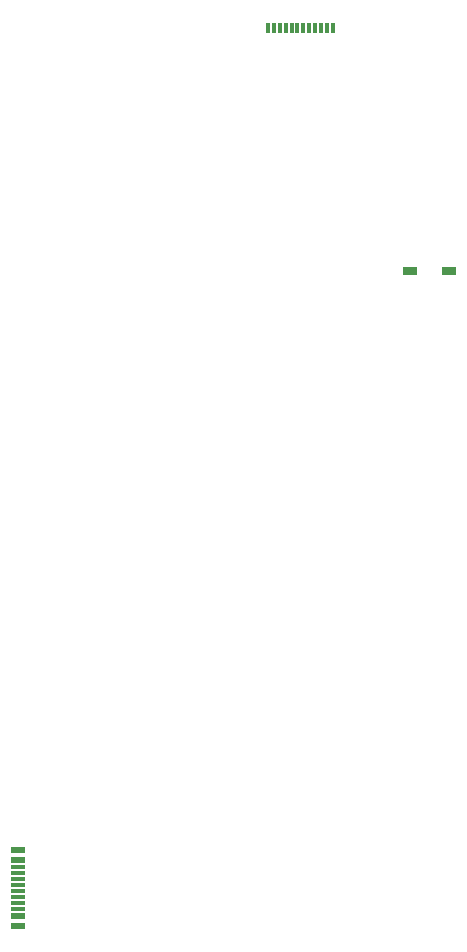
<source format=gbr>
%TF.GenerationSoftware,KiCad,Pcbnew,(6.0.5)*%
%TF.CreationDate,2022-06-18T14:01:58-07:00*%
%TF.ProjectId,OF1 v1,4f463120-7631-42e6-9b69-6361645f7063,rev?*%
%TF.SameCoordinates,Original*%
%TF.FileFunction,Paste,Top*%
%TF.FilePolarity,Positive*%
%FSLAX46Y46*%
G04 Gerber Fmt 4.6, Leading zero omitted, Abs format (unit mm)*
G04 Created by KiCad (PCBNEW (6.0.5)) date 2022-06-18 14:01:58*
%MOMM*%
%LPD*%
G01*
G04 APERTURE LIST*
%ADD10R,1.240000X0.600000*%
%ADD11R,1.240000X0.300000*%
%ADD12R,0.300000X0.900000*%
%ADD13R,1.210000X0.730000*%
G04 APERTURE END LIST*
D10*
%TO.C,J5*%
X123699393Y-104771075D03*
X123699393Y-111171075D03*
X123699393Y-105571075D03*
X123699393Y-110371075D03*
D11*
X123699393Y-106221075D03*
X123699393Y-109721075D03*
X123699393Y-106721075D03*
X123699393Y-109221075D03*
X123699393Y-107221075D03*
X123699393Y-108721075D03*
X123699393Y-107721075D03*
X123699393Y-108221075D03*
%TD*%
D12*
%TO.C,J2*%
X150318981Y-35153600D03*
X149818981Y-35153600D03*
X149318981Y-35153600D03*
X148818981Y-35153600D03*
X148318981Y-35153600D03*
X147818981Y-35153600D03*
X147318981Y-35153600D03*
X146818981Y-35153600D03*
X146318981Y-35153600D03*
X145818981Y-35153600D03*
X145318981Y-35153600D03*
X144818981Y-35153600D03*
%TD*%
D13*
%TO.C,D2*%
X156821100Y-55753600D03*
X160181100Y-55753600D03*
%TD*%
M02*

</source>
